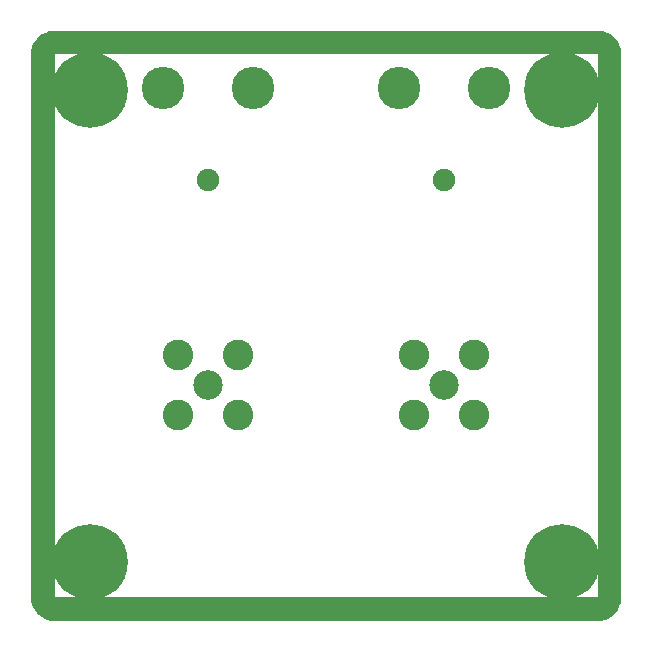
<source format=gts>
%TF.GenerationSoftware,KiCad,Pcbnew,7.0.10-7.0.10~ubuntu22.04.1*%
%TF.CreationDate,2024-01-03T18:20:11-08:00*%
%TF.ProjectId,YamhillBNCAntennaBoard,59616d68-696c-46c4-924e-43416e74656e,A*%
%TF.SameCoordinates,Original*%
%TF.FileFunction,Soldermask,Top*%
%TF.FilePolarity,Negative*%
%FSLAX46Y46*%
G04 Gerber Fmt 4.6, Leading zero omitted, Abs format (unit mm)*
G04 Created by KiCad (PCBNEW 7.0.10-7.0.10~ubuntu22.04.1) date 2024-01-03 18:20:11*
%MOMM*%
%LPD*%
G01*
G04 APERTURE LIST*
%ADD10C,0.800000*%
%ADD11C,6.400000*%
%ADD12C,2.500000*%
%ADD13C,2.600000*%
%ADD14C,1.900000*%
%ADD15C,3.600000*%
G04 APERTURE END LIST*
D10*
%TO.C,H1*%
X102600000Y-55000000D03*
X103302944Y-53302944D03*
X103302944Y-56697056D03*
X105000000Y-52600000D03*
D11*
X105000000Y-55000000D03*
D10*
X105000000Y-57400000D03*
X106697056Y-53302944D03*
X106697056Y-56697056D03*
X107400000Y-55000000D03*
%TD*%
D12*
%TO.C,J1*%
X115000000Y-80000000D03*
D13*
X112450000Y-77450000D03*
X112450000Y-82550000D03*
X117550000Y-77450000D03*
X117550000Y-82550000D03*
%TD*%
D10*
%TO.C,H4*%
X142600000Y-55000000D03*
X143302944Y-53302944D03*
X143302944Y-56697056D03*
X145000000Y-52600000D03*
D11*
X145000000Y-55000000D03*
D10*
X145000000Y-57400000D03*
X146697056Y-53302944D03*
X146697056Y-56697056D03*
X147400000Y-55000000D03*
%TD*%
%TO.C,H3*%
X142600000Y-95000000D03*
X143302944Y-93302944D03*
X143302944Y-96697056D03*
X145000000Y-92600000D03*
D11*
X145000000Y-95000000D03*
D10*
X145000000Y-97400000D03*
X146697056Y-93302944D03*
X146697056Y-96697056D03*
X147400000Y-95000000D03*
%TD*%
%TO.C,H2*%
X102600000Y-95000000D03*
X103302944Y-93302944D03*
X103302944Y-96697056D03*
X105000000Y-92600000D03*
D11*
X105000000Y-95000000D03*
D10*
X105000000Y-97400000D03*
X106697056Y-93302944D03*
X106697056Y-96697056D03*
X107400000Y-95000000D03*
%TD*%
D14*
%TO.C,J3*%
X115000000Y-62650000D03*
D15*
X118800000Y-54850000D03*
X111200000Y-54850000D03*
%TD*%
D14*
%TO.C,J4*%
X135000000Y-62650000D03*
D15*
X138800000Y-54850000D03*
X131200000Y-54850000D03*
%TD*%
D12*
%TO.C,J2*%
X135000000Y-80000000D03*
D13*
X132450000Y-77450000D03*
X132450000Y-82550000D03*
X137550000Y-77450000D03*
X137550000Y-82550000D03*
%TD*%
G36*
X102003031Y-51750149D02*
G01*
X102018420Y-51750905D01*
X102030531Y-51752098D01*
X102038917Y-51753342D01*
X102102343Y-51782651D01*
X102139854Y-51841597D01*
X102139542Y-51911466D01*
X102101505Y-51970075D01*
X102037820Y-51998815D01*
X102020722Y-52000000D01*
X102000000Y-52000000D01*
X102000000Y-98000000D01*
X102020722Y-98000000D01*
X102087761Y-98019685D01*
X102133516Y-98072489D01*
X102143460Y-98141647D01*
X102114435Y-98205203D01*
X102055657Y-98242977D01*
X102038903Y-98246660D01*
X102030517Y-98247903D01*
X102018428Y-98249093D01*
X102003039Y-98249850D01*
X101996947Y-98250000D01*
X100133328Y-98250000D01*
X100066289Y-98230315D01*
X100020534Y-98177511D01*
X100009644Y-98134846D01*
X100000316Y-98004418D01*
X100000000Y-97995572D01*
X100000000Y-52004427D01*
X100000316Y-51995581D01*
X100009644Y-51865154D01*
X100034061Y-51799690D01*
X100089994Y-51757818D01*
X100133328Y-51750000D01*
X101996947Y-51750000D01*
X102003031Y-51750149D01*
G37*
G36*
X101943039Y-97769685D02*
G01*
X101988794Y-97822489D01*
X102000000Y-97874000D01*
X102000000Y-98000000D01*
X148000000Y-98000000D01*
X148000000Y-97874000D01*
X148019685Y-97806961D01*
X148072489Y-97761206D01*
X148124000Y-97750000D01*
X149876000Y-97750000D01*
X149943039Y-97769685D01*
X149988794Y-97822489D01*
X150000000Y-97874000D01*
X150000000Y-97995572D01*
X149999684Y-98004418D01*
X149980275Y-98275785D01*
X149977757Y-98293297D01*
X149920872Y-98554794D01*
X149915888Y-98571770D01*
X149822361Y-98822524D01*
X149815011Y-98838617D01*
X149686758Y-99073496D01*
X149677193Y-99088380D01*
X149516811Y-99302624D01*
X149505225Y-99315994D01*
X149315994Y-99505225D01*
X149302624Y-99516811D01*
X149088380Y-99677193D01*
X149073496Y-99686758D01*
X148838617Y-99815011D01*
X148822524Y-99822361D01*
X148571770Y-99915888D01*
X148554794Y-99920872D01*
X148293297Y-99977757D01*
X148275785Y-99980275D01*
X148004418Y-99999684D01*
X147995572Y-100000000D01*
X102004428Y-100000000D01*
X101995582Y-99999684D01*
X101724214Y-99980275D01*
X101706702Y-99977757D01*
X101445205Y-99920872D01*
X101428229Y-99915888D01*
X101177475Y-99822361D01*
X101161382Y-99815011D01*
X100926503Y-99686758D01*
X100911619Y-99677193D01*
X100697375Y-99516811D01*
X100684005Y-99505225D01*
X100494774Y-99315994D01*
X100483188Y-99302624D01*
X100322806Y-99088380D01*
X100313241Y-99073496D01*
X100184988Y-98838617D01*
X100177638Y-98822524D01*
X100084111Y-98571770D01*
X100079127Y-98554794D01*
X100022242Y-98293297D01*
X100019724Y-98275785D01*
X100000316Y-98004418D01*
X100000000Y-97995572D01*
X100000000Y-97874000D01*
X100019685Y-97806961D01*
X100072489Y-97761206D01*
X100124000Y-97750000D01*
X101876000Y-97750000D01*
X101943039Y-97769685D01*
G37*
G36*
X149933711Y-51769685D02*
G01*
X149979466Y-51822489D01*
X149990356Y-51865154D01*
X149999684Y-51995581D01*
X150000000Y-52004427D01*
X150000000Y-97995572D01*
X149999684Y-98004418D01*
X149990356Y-98134846D01*
X149965939Y-98200310D01*
X149910006Y-98242182D01*
X149866672Y-98250000D01*
X148003053Y-98250000D01*
X147996961Y-98249850D01*
X147981571Y-98249093D01*
X147969480Y-98247903D01*
X147961095Y-98246660D01*
X147897667Y-98217357D01*
X147860149Y-98158415D01*
X147860455Y-98088546D01*
X147898486Y-98029933D01*
X147962167Y-98001186D01*
X147979278Y-98000000D01*
X148000000Y-98000000D01*
X148000000Y-52000000D01*
X147979278Y-52000000D01*
X147912239Y-51980315D01*
X147866484Y-51927511D01*
X147856540Y-51858353D01*
X147885565Y-51794797D01*
X147944343Y-51757023D01*
X147961081Y-51753343D01*
X147969466Y-51752099D01*
X147981579Y-51750905D01*
X147996969Y-51750149D01*
X148003053Y-51750000D01*
X149866672Y-51750000D01*
X149933711Y-51769685D01*
G37*
G36*
X148004418Y-50000316D02*
G01*
X148275785Y-50019724D01*
X148293297Y-50022242D01*
X148554794Y-50079127D01*
X148571770Y-50084111D01*
X148822524Y-50177638D01*
X148838617Y-50184988D01*
X149073496Y-50313241D01*
X149088380Y-50322806D01*
X149302624Y-50483188D01*
X149315994Y-50494774D01*
X149505225Y-50684005D01*
X149516811Y-50697375D01*
X149677193Y-50911619D01*
X149686758Y-50926503D01*
X149815011Y-51161382D01*
X149822361Y-51177475D01*
X149915888Y-51428229D01*
X149920872Y-51445205D01*
X149977757Y-51706702D01*
X149980275Y-51724214D01*
X149999684Y-51995581D01*
X150000000Y-52004427D01*
X150000000Y-52126000D01*
X149980315Y-52193039D01*
X149927511Y-52238794D01*
X149876000Y-52250000D01*
X148124000Y-52250000D01*
X148056961Y-52230315D01*
X148011206Y-52177511D01*
X148000000Y-52126000D01*
X148000000Y-52000000D01*
X102000000Y-52000000D01*
X102000000Y-52126000D01*
X101980315Y-52193039D01*
X101927511Y-52238794D01*
X101876000Y-52250000D01*
X100124000Y-52250000D01*
X100056961Y-52230315D01*
X100011206Y-52177511D01*
X100000000Y-52126000D01*
X100000000Y-52004427D01*
X100000316Y-51995581D01*
X100019724Y-51724214D01*
X100022242Y-51706702D01*
X100079127Y-51445205D01*
X100084111Y-51428229D01*
X100177638Y-51177475D01*
X100184988Y-51161382D01*
X100313241Y-50926503D01*
X100322806Y-50911619D01*
X100483188Y-50697375D01*
X100494774Y-50684005D01*
X100684005Y-50494774D01*
X100697375Y-50483188D01*
X100911619Y-50322806D01*
X100926503Y-50313241D01*
X101161382Y-50184988D01*
X101177475Y-50177638D01*
X101428229Y-50084111D01*
X101445205Y-50079127D01*
X101706702Y-50022242D01*
X101724214Y-50019724D01*
X101995582Y-50000316D01*
X102004428Y-50000000D01*
X147995572Y-50000000D01*
X148004418Y-50000316D01*
G37*
M02*

</source>
